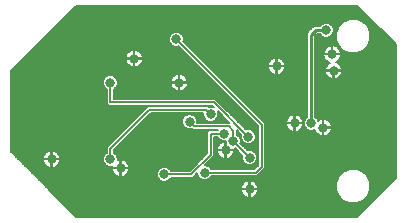
<source format=gbl>
G75*
G70*
%OFA0B0*%
%FSLAX24Y24*%
%IPPOS*%
%LPD*%
%AMOC8*
5,1,8,0,0,1.08239X$1,22.5*
%
%ADD10C,0.0060*%
%ADD11C,0.0320*%
%ADD12C,0.0100*%
D10*
X003091Y001824D02*
X005776Y001824D01*
X005795Y001805D02*
X005843Y001773D01*
X005895Y001751D01*
X005951Y001740D01*
X005970Y001740D01*
X005970Y002020D01*
X005990Y002020D01*
X005990Y002040D01*
X005970Y002040D01*
X005970Y002320D01*
X005951Y002320D01*
X005895Y002309D01*
X005880Y002302D01*
X005880Y002380D01*
X005842Y002472D01*
X005772Y002542D01*
X005750Y002551D01*
X005750Y002630D01*
X006980Y003860D01*
X008730Y003860D01*
X008730Y003780D01*
X008768Y003688D01*
X008838Y003618D01*
X008930Y003580D01*
X009030Y003580D01*
X009122Y003618D01*
X009192Y003688D01*
X009230Y003780D01*
X009230Y003880D01*
X009208Y003932D01*
X009590Y003550D01*
X008530Y003550D01*
X008530Y003630D01*
X008492Y003722D01*
X008422Y003792D01*
X008330Y003830D01*
X008230Y003830D01*
X008138Y003792D01*
X008068Y003722D01*
X008030Y003630D01*
X008030Y003530D01*
X008068Y003438D01*
X008138Y003368D01*
X008230Y003330D01*
X008330Y003330D01*
X008351Y003339D01*
X008380Y003310D01*
X009213Y003310D01*
X009209Y003300D01*
X008930Y003300D01*
X008860Y003230D01*
X008860Y002530D01*
X008280Y001950D01*
X007651Y001950D01*
X007642Y001972D01*
X007572Y002042D01*
X007480Y002080D01*
X007380Y002080D01*
X007288Y002042D01*
X007218Y001972D01*
X007180Y001880D01*
X007180Y001780D01*
X007218Y001688D01*
X007288Y001618D01*
X007380Y001580D01*
X007480Y001580D01*
X007572Y001618D01*
X007642Y001688D01*
X007651Y001710D01*
X008380Y001710D01*
X008450Y001780D01*
X008530Y001860D01*
X008530Y001830D01*
X008568Y001738D01*
X008638Y001668D01*
X008730Y001630D01*
X008830Y001630D01*
X008922Y001668D01*
X008992Y001738D01*
X009001Y001760D01*
X010530Y001760D01*
X010600Y001830D01*
X010800Y002030D01*
X010800Y003530D01*
X010730Y003600D01*
X008071Y006259D01*
X008080Y006280D01*
X008080Y006380D01*
X008042Y006472D01*
X007972Y006542D01*
X007880Y006580D01*
X007780Y006580D01*
X007688Y006542D01*
X007618Y006472D01*
X007580Y006380D01*
X007580Y006280D01*
X007618Y006188D01*
X007688Y006118D01*
X007780Y006080D01*
X007880Y006080D01*
X007901Y006089D01*
X010560Y003430D01*
X010560Y002130D01*
X010430Y002000D01*
X009001Y002000D01*
X008992Y002022D01*
X008922Y002092D01*
X008830Y002130D01*
X008800Y002130D01*
X009100Y002430D01*
X009100Y003060D01*
X009209Y003060D01*
X009218Y003038D01*
X009288Y002968D01*
X009380Y002930D01*
X009480Y002930D01*
X009480Y002880D01*
X009490Y002856D01*
X009490Y002640D01*
X009770Y002640D01*
X009770Y002659D01*
X009766Y002680D01*
X009780Y002680D01*
X009801Y002689D01*
X010039Y002451D01*
X010030Y002430D01*
X010030Y002330D01*
X010068Y002238D01*
X010138Y002168D01*
X010230Y002130D01*
X010330Y002130D01*
X010422Y002168D01*
X010492Y002238D01*
X010530Y002330D01*
X010530Y002430D01*
X010492Y002522D01*
X010422Y002592D01*
X010330Y002630D01*
X010230Y002630D01*
X010209Y002621D01*
X009971Y002859D01*
X009980Y002880D01*
X009980Y002980D01*
X009942Y003072D01*
X009872Y003142D01*
X009850Y003151D01*
X009850Y003290D01*
X009989Y003151D01*
X009980Y003130D01*
X009980Y003030D01*
X010018Y002938D01*
X010088Y002868D01*
X010180Y002830D01*
X010280Y002830D01*
X010372Y002868D01*
X010442Y002938D01*
X010480Y003030D01*
X010480Y003130D01*
X010442Y003222D01*
X010372Y003292D01*
X010280Y003330D01*
X010180Y003330D01*
X010159Y003321D01*
X009130Y004350D01*
X005750Y004350D01*
X005750Y004659D01*
X005772Y004668D01*
X005842Y004738D01*
X005880Y004830D01*
X005880Y004930D01*
X005842Y005022D01*
X005772Y005092D01*
X005680Y005130D01*
X005580Y005130D01*
X005488Y005092D01*
X005418Y005022D01*
X005380Y004930D01*
X005380Y004830D01*
X005418Y004738D01*
X005488Y004668D01*
X005510Y004659D01*
X005510Y004180D01*
X005580Y004110D01*
X009030Y004110D01*
X009082Y004058D01*
X009030Y004080D01*
X008930Y004080D01*
X008909Y004071D01*
X008880Y004100D01*
X006880Y004100D01*
X005580Y002800D01*
X005510Y002730D01*
X005510Y002551D01*
X005488Y002542D01*
X005418Y002472D01*
X005380Y002380D01*
X005380Y002280D01*
X005418Y002188D01*
X005488Y002118D01*
X005580Y002080D01*
X005680Y002080D01*
X005696Y002087D01*
X005690Y002059D01*
X005690Y002040D01*
X005970Y002040D01*
X005970Y002020D01*
X005690Y002020D01*
X005690Y002001D01*
X005701Y001945D01*
X005723Y001893D01*
X005755Y001845D01*
X005795Y001805D01*
X005861Y001765D02*
X003149Y001765D01*
X003208Y001707D02*
X007210Y001707D01*
X007186Y001765D02*
X006099Y001765D01*
X006117Y001773D02*
X006065Y001751D01*
X006009Y001740D01*
X005990Y001740D01*
X005990Y002020D01*
X006270Y002020D01*
X006270Y002001D01*
X006259Y001945D01*
X006237Y001893D01*
X006205Y001845D01*
X006165Y001805D01*
X006117Y001773D01*
X006184Y001824D02*
X007180Y001824D01*
X007181Y001882D02*
X006230Y001882D01*
X006257Y001941D02*
X007205Y001941D01*
X007246Y001999D02*
X006270Y001999D01*
X006270Y002040D02*
X006270Y002059D01*
X006259Y002115D01*
X006237Y002167D01*
X006205Y002215D01*
X006165Y002255D01*
X006117Y002287D01*
X006065Y002309D01*
X006009Y002320D01*
X005990Y002320D01*
X005990Y002040D01*
X006270Y002040D01*
X006270Y002058D02*
X007327Y002058D01*
X007533Y002058D02*
X008388Y002058D01*
X008330Y001999D02*
X007614Y001999D01*
X007430Y001830D02*
X008330Y001830D01*
X008980Y002480D01*
X008980Y003180D01*
X009430Y003180D01*
X009212Y003052D02*
X009100Y003052D01*
X009100Y002994D02*
X009262Y002994D01*
X009367Y002935D02*
X009100Y002935D01*
X009100Y002877D02*
X009328Y002877D01*
X009343Y002887D02*
X009295Y002855D01*
X009255Y002815D01*
X009223Y002767D01*
X009201Y002715D01*
X009190Y002659D01*
X009190Y002640D01*
X009470Y002640D01*
X009470Y002920D01*
X009451Y002920D01*
X009395Y002909D01*
X009343Y002887D01*
X009258Y002818D02*
X009100Y002818D01*
X009100Y002760D02*
X009220Y002760D01*
X009199Y002701D02*
X009100Y002701D01*
X009100Y002643D02*
X009190Y002643D01*
X009190Y002620D02*
X009190Y002601D01*
X009201Y002545D01*
X009223Y002493D01*
X009255Y002445D01*
X009295Y002405D01*
X009343Y002373D01*
X009395Y002351D01*
X009451Y002340D01*
X009470Y002340D01*
X009470Y002620D01*
X009490Y002620D01*
X009490Y002640D01*
X009470Y002640D01*
X009470Y002620D01*
X009190Y002620D01*
X009193Y002584D02*
X009100Y002584D01*
X009100Y002526D02*
X009209Y002526D01*
X009240Y002467D02*
X009100Y002467D01*
X009079Y002409D02*
X009291Y002409D01*
X009399Y002350D02*
X009020Y002350D01*
X008962Y002292D02*
X010046Y002292D01*
X010030Y002350D02*
X009561Y002350D01*
X009565Y002351D02*
X009617Y002373D01*
X009665Y002405D01*
X009705Y002445D01*
X009737Y002493D01*
X009759Y002545D01*
X009770Y002601D01*
X009770Y002620D01*
X009490Y002620D01*
X009490Y002340D01*
X009509Y002340D01*
X009565Y002351D01*
X009490Y002350D02*
X009470Y002350D01*
X009470Y002409D02*
X009490Y002409D01*
X009490Y002467D02*
X009470Y002467D01*
X009470Y002526D02*
X009490Y002526D01*
X009490Y002584D02*
X009470Y002584D01*
X009470Y002643D02*
X009490Y002643D01*
X009490Y002701D02*
X009470Y002701D01*
X009470Y002760D02*
X009490Y002760D01*
X009490Y002818D02*
X009470Y002818D01*
X009470Y002877D02*
X009481Y002877D01*
X009480Y002930D02*
X009480Y002930D01*
X009730Y002930D02*
X010280Y002380D01*
X010030Y002409D02*
X009669Y002409D01*
X009720Y002467D02*
X010023Y002467D01*
X009964Y002526D02*
X009751Y002526D01*
X009767Y002584D02*
X009906Y002584D01*
X009847Y002643D02*
X009770Y002643D01*
X010011Y002818D02*
X010560Y002818D01*
X010560Y002760D02*
X010070Y002760D01*
X010128Y002701D02*
X010560Y002701D01*
X010560Y002643D02*
X010187Y002643D01*
X010429Y002584D02*
X010560Y002584D01*
X010560Y002526D02*
X010488Y002526D01*
X010514Y002467D02*
X010560Y002467D01*
X010560Y002409D02*
X010530Y002409D01*
X010530Y002350D02*
X010560Y002350D01*
X010560Y002292D02*
X010514Y002292D01*
X010487Y002233D02*
X010560Y002233D01*
X010560Y002175D02*
X010429Y002175D01*
X010547Y002116D02*
X008862Y002116D01*
X008845Y002175D02*
X010131Y002175D01*
X010073Y002233D02*
X008903Y002233D01*
X008681Y002350D02*
X005880Y002350D01*
X005868Y002409D02*
X008739Y002409D01*
X008798Y002467D02*
X005844Y002467D01*
X005788Y002526D02*
X008856Y002526D01*
X008860Y002584D02*
X005750Y002584D01*
X005763Y002643D02*
X008860Y002643D01*
X008860Y002701D02*
X005821Y002701D01*
X005880Y002760D02*
X008860Y002760D01*
X008860Y002818D02*
X005938Y002818D01*
X005997Y002877D02*
X008860Y002877D01*
X008860Y002935D02*
X006055Y002935D01*
X006114Y002994D02*
X008860Y002994D01*
X008860Y003052D02*
X006172Y003052D01*
X006231Y003111D02*
X008860Y003111D01*
X008860Y003169D02*
X006289Y003169D01*
X006348Y003228D02*
X008860Y003228D01*
X008917Y003286D02*
X006406Y003286D01*
X006465Y003345D02*
X008194Y003345D01*
X008103Y003403D02*
X006523Y003403D01*
X006582Y003462D02*
X008058Y003462D01*
X008034Y003520D02*
X006640Y003520D01*
X006699Y003579D02*
X008030Y003579D01*
X008033Y003637D02*
X006757Y003637D01*
X006816Y003696D02*
X008057Y003696D01*
X008101Y003754D02*
X006874Y003754D01*
X006933Y003813D02*
X008189Y003813D01*
X008371Y003813D02*
X008730Y003813D01*
X008741Y003754D02*
X008459Y003754D01*
X008503Y003696D02*
X008765Y003696D01*
X008819Y003637D02*
X008527Y003637D01*
X008530Y003579D02*
X009561Y003579D01*
X009503Y003637D02*
X009141Y003637D01*
X009195Y003696D02*
X009444Y003696D01*
X009386Y003754D02*
X009219Y003754D01*
X009230Y003813D02*
X009327Y003813D01*
X009269Y003871D02*
X009230Y003871D01*
X009209Y003930D02*
X009210Y003930D01*
X008980Y003830D02*
X008830Y003980D01*
X006930Y003980D01*
X005630Y002680D01*
X005630Y002330D01*
X005399Y002233D02*
X003954Y002233D01*
X003959Y002245D02*
X003970Y002301D01*
X003970Y002320D01*
X003690Y002320D01*
X003690Y002340D01*
X003970Y002340D01*
X003970Y002359D01*
X003959Y002415D01*
X003937Y002467D01*
X003905Y002515D01*
X003865Y002555D01*
X003817Y002587D01*
X003765Y002609D01*
X003709Y002620D01*
X003690Y002620D01*
X003690Y002340D01*
X003670Y002340D01*
X003670Y002620D01*
X003651Y002620D01*
X003595Y002609D01*
X003543Y002587D01*
X003495Y002555D01*
X003455Y002515D01*
X003423Y002467D01*
X003401Y002415D01*
X003390Y002359D01*
X003390Y002340D01*
X003670Y002340D01*
X003670Y002320D01*
X003690Y002320D01*
X003690Y002040D01*
X003709Y002040D01*
X003765Y002051D01*
X003817Y002073D01*
X003865Y002105D01*
X003905Y002145D01*
X003937Y002193D01*
X003959Y002245D01*
X003968Y002292D02*
X005380Y002292D01*
X005380Y002350D02*
X003970Y002350D01*
X003960Y002409D02*
X005392Y002409D01*
X005416Y002467D02*
X003937Y002467D01*
X003894Y002526D02*
X005472Y002526D01*
X005510Y002584D02*
X003821Y002584D01*
X003690Y002584D02*
X003670Y002584D01*
X003670Y002526D02*
X003690Y002526D01*
X003690Y002467D02*
X003670Y002467D01*
X003670Y002409D02*
X003690Y002409D01*
X003690Y002350D02*
X003670Y002350D01*
X003670Y002320D02*
X003390Y002320D01*
X003390Y002301D01*
X003401Y002245D01*
X003423Y002193D01*
X003455Y002145D01*
X003495Y002105D01*
X003543Y002073D01*
X003595Y002051D01*
X003651Y002040D01*
X003670Y002040D01*
X003670Y002320D01*
X003670Y002292D02*
X003690Y002292D01*
X003690Y002233D02*
X003670Y002233D01*
X003670Y002175D02*
X003690Y002175D01*
X003690Y002116D02*
X003670Y002116D01*
X003670Y002058D02*
X003690Y002058D01*
X003781Y002058D02*
X005690Y002058D01*
X005690Y001999D02*
X002915Y001999D01*
X002974Y001941D02*
X005703Y001941D01*
X005730Y001882D02*
X003032Y001882D01*
X002857Y002058D02*
X003579Y002058D01*
X003483Y002116D02*
X002798Y002116D01*
X002740Y002175D02*
X003435Y002175D01*
X003406Y002233D02*
X002681Y002233D01*
X002623Y002292D02*
X003392Y002292D01*
X003390Y002350D02*
X002564Y002350D01*
X002506Y002409D02*
X003400Y002409D01*
X003423Y002467D02*
X002447Y002467D01*
X002389Y002526D02*
X003466Y002526D01*
X003539Y002584D02*
X002330Y002584D01*
X002310Y002605D02*
X002310Y005255D01*
X004505Y007450D01*
X013855Y007450D01*
X015150Y006155D01*
X015150Y001705D01*
X013855Y000410D01*
X004505Y000410D01*
X002310Y002605D01*
X002310Y002643D02*
X005510Y002643D01*
X005510Y002701D02*
X002310Y002701D01*
X002310Y002760D02*
X005540Y002760D01*
X005599Y002818D02*
X002310Y002818D01*
X002310Y002877D02*
X005657Y002877D01*
X005716Y002935D02*
X002310Y002935D01*
X002310Y002994D02*
X005774Y002994D01*
X005833Y003052D02*
X002310Y003052D01*
X002310Y003111D02*
X005891Y003111D01*
X005950Y003169D02*
X002310Y003169D01*
X002310Y003228D02*
X006008Y003228D01*
X006067Y003286D02*
X002310Y003286D01*
X002310Y003345D02*
X006125Y003345D01*
X006184Y003403D02*
X002310Y003403D01*
X002310Y003462D02*
X006242Y003462D01*
X006301Y003520D02*
X002310Y003520D01*
X002310Y003579D02*
X006359Y003579D01*
X006418Y003637D02*
X002310Y003637D01*
X002310Y003696D02*
X006476Y003696D01*
X006535Y003754D02*
X002310Y003754D01*
X002310Y003813D02*
X006593Y003813D01*
X006652Y003871D02*
X002310Y003871D01*
X002310Y003930D02*
X006710Y003930D01*
X006769Y003989D02*
X002310Y003989D01*
X002310Y004047D02*
X006827Y004047D01*
X007745Y004655D02*
X007793Y004623D01*
X007845Y004601D01*
X007901Y004590D01*
X007920Y004590D01*
X007920Y004870D01*
X007940Y004870D01*
X007940Y004890D01*
X008220Y004890D01*
X008220Y004909D01*
X008209Y004965D01*
X008187Y005017D01*
X008155Y005065D01*
X008115Y005105D01*
X008067Y005137D01*
X008015Y005159D01*
X007959Y005170D01*
X007940Y005170D01*
X007940Y004890D01*
X007920Y004890D01*
X007920Y005170D01*
X007901Y005170D01*
X007845Y005159D01*
X007793Y005137D01*
X007745Y005105D01*
X007705Y005065D01*
X007673Y005017D01*
X007651Y004965D01*
X007640Y004909D01*
X007640Y004890D01*
X007920Y004890D01*
X007920Y004870D01*
X007640Y004870D01*
X007640Y004851D01*
X007651Y004795D01*
X007673Y004743D01*
X007705Y004695D01*
X007745Y004655D01*
X007779Y004632D02*
X005750Y004632D01*
X005750Y004574D02*
X009417Y004574D01*
X009358Y004632D02*
X008081Y004632D01*
X008067Y004623D02*
X008115Y004655D01*
X008155Y004695D01*
X008187Y004743D01*
X008209Y004795D01*
X008220Y004851D01*
X008220Y004870D01*
X007940Y004870D01*
X007940Y004590D01*
X007959Y004590D01*
X008015Y004601D01*
X008067Y004623D01*
X008151Y004691D02*
X009300Y004691D01*
X009241Y004749D02*
X008190Y004749D01*
X008211Y004808D02*
X009183Y004808D01*
X009124Y004866D02*
X008220Y004866D01*
X008217Y004925D02*
X009066Y004925D01*
X009007Y004983D02*
X008201Y004983D01*
X008171Y005042D02*
X008949Y005042D01*
X008890Y005100D02*
X008120Y005100D01*
X008015Y005159D02*
X008832Y005159D01*
X008773Y005217D02*
X002310Y005217D01*
X002310Y005159D02*
X007845Y005159D01*
X007920Y005159D02*
X007940Y005159D01*
X007940Y005100D02*
X007920Y005100D01*
X007920Y005042D02*
X007940Y005042D01*
X007940Y004983D02*
X007920Y004983D01*
X007920Y004925D02*
X007940Y004925D01*
X007940Y004866D02*
X007920Y004866D01*
X007920Y004808D02*
X007940Y004808D01*
X007940Y004749D02*
X007920Y004749D01*
X007920Y004691D02*
X007940Y004691D01*
X007940Y004632D02*
X007920Y004632D01*
X007709Y004691D02*
X005794Y004691D01*
X005846Y004749D02*
X007670Y004749D01*
X007649Y004808D02*
X005871Y004808D01*
X005880Y004866D02*
X007640Y004866D01*
X007643Y004925D02*
X005880Y004925D01*
X005858Y004983D02*
X007659Y004983D01*
X007689Y005042D02*
X005822Y005042D01*
X005752Y005100D02*
X007740Y005100D01*
X008422Y005568D02*
X006698Y005568D01*
X006687Y005543D02*
X006709Y005595D01*
X006720Y005651D01*
X006720Y005670D01*
X006440Y005670D01*
X006440Y005690D01*
X006720Y005690D01*
X006720Y005709D01*
X006709Y005765D01*
X006687Y005817D01*
X006655Y005865D01*
X006615Y005905D01*
X006567Y005937D01*
X006515Y005959D01*
X006459Y005970D01*
X006440Y005970D01*
X006440Y005690D01*
X006420Y005690D01*
X006420Y005970D01*
X006401Y005970D01*
X006345Y005959D01*
X006293Y005937D01*
X006245Y005905D01*
X006205Y005865D01*
X006173Y005817D01*
X006151Y005765D01*
X006140Y005709D01*
X006140Y005690D01*
X006420Y005690D01*
X006420Y005670D01*
X006440Y005670D01*
X006440Y005390D01*
X006459Y005390D01*
X006515Y005401D01*
X006567Y005423D01*
X006615Y005455D01*
X006655Y005495D01*
X006687Y005543D01*
X006665Y005510D02*
X008481Y005510D01*
X008539Y005451D02*
X006609Y005451D01*
X006471Y005393D02*
X008598Y005393D01*
X008656Y005334D02*
X002389Y005334D01*
X002447Y005393D02*
X006389Y005393D01*
X006401Y005390D02*
X006420Y005390D01*
X006420Y005670D01*
X006140Y005670D01*
X006140Y005651D01*
X006151Y005595D01*
X006173Y005543D01*
X006205Y005495D01*
X006245Y005455D01*
X006293Y005423D01*
X006345Y005401D01*
X006401Y005390D01*
X006420Y005393D02*
X006440Y005393D01*
X006440Y005451D02*
X006420Y005451D01*
X006420Y005510D02*
X006440Y005510D01*
X006440Y005568D02*
X006420Y005568D01*
X006420Y005627D02*
X006440Y005627D01*
X006440Y005685D02*
X008305Y005685D01*
X008247Y005744D02*
X006713Y005744D01*
X006693Y005802D02*
X008188Y005802D01*
X008130Y005861D02*
X006658Y005861D01*
X006594Y005919D02*
X008071Y005919D01*
X008013Y005978D02*
X003032Y005978D01*
X003091Y006036D02*
X007954Y006036D01*
X007745Y006095D02*
X003149Y006095D01*
X003208Y006153D02*
X007653Y006153D01*
X007608Y006212D02*
X003266Y006212D01*
X003325Y006270D02*
X007584Y006270D01*
X007580Y006329D02*
X003383Y006329D01*
X003442Y006387D02*
X007583Y006387D01*
X007607Y006446D02*
X003500Y006446D01*
X003559Y006504D02*
X007650Y006504D01*
X007738Y006563D02*
X003617Y006563D01*
X003676Y006621D02*
X012273Y006621D01*
X012272Y006620D02*
X012190Y006538D01*
X012190Y003743D01*
X012188Y003742D01*
X012118Y003672D01*
X012080Y003580D01*
X012080Y003480D01*
X012118Y003388D01*
X012188Y003318D01*
X012280Y003280D01*
X012380Y003280D01*
X012449Y003309D01*
X012451Y003295D01*
X012473Y003243D01*
X012505Y003195D01*
X012545Y003155D01*
X012593Y003123D01*
X012645Y003101D01*
X012701Y003090D01*
X012720Y003090D01*
X012720Y003370D01*
X012740Y003370D01*
X012740Y003390D01*
X013020Y003390D01*
X013020Y003409D01*
X013009Y003465D01*
X012987Y003517D01*
X012955Y003565D01*
X012915Y003605D01*
X012867Y003637D01*
X012815Y003659D01*
X012759Y003670D01*
X012740Y003670D01*
X012740Y003390D01*
X012720Y003390D01*
X012720Y003670D01*
X012701Y003670D01*
X012645Y003659D01*
X012593Y003637D01*
X012564Y003618D01*
X012542Y003672D01*
X012472Y003742D01*
X012470Y003743D01*
X012470Y006422D01*
X012538Y006490D01*
X012617Y006490D01*
X012618Y006488D01*
X012688Y006418D01*
X012780Y006380D01*
X012880Y006380D01*
X012972Y006418D01*
X013042Y006488D01*
X013080Y006580D01*
X013080Y006680D01*
X013042Y006772D01*
X012972Y006842D01*
X012880Y006880D01*
X012780Y006880D01*
X012688Y006842D01*
X012618Y006772D01*
X012617Y006770D01*
X012422Y006770D01*
X012272Y006620D01*
X012215Y006563D02*
X007922Y006563D01*
X008010Y006504D02*
X012190Y006504D01*
X012190Y006446D02*
X008053Y006446D01*
X008077Y006387D02*
X012190Y006387D01*
X012190Y006329D02*
X008080Y006329D01*
X008076Y006270D02*
X012190Y006270D01*
X012190Y006212D02*
X008118Y006212D01*
X008177Y006153D02*
X012190Y006153D01*
X012190Y006095D02*
X008235Y006095D01*
X008294Y006036D02*
X012190Y006036D01*
X012190Y005978D02*
X008352Y005978D01*
X008411Y005919D02*
X012190Y005919D01*
X012190Y005861D02*
X008469Y005861D01*
X008528Y005802D02*
X012190Y005802D01*
X012190Y005744D02*
X008586Y005744D01*
X008645Y005685D02*
X011040Y005685D01*
X011043Y005687D02*
X010995Y005655D01*
X010955Y005615D01*
X010923Y005567D01*
X010901Y005515D01*
X010890Y005459D01*
X010890Y005440D01*
X011170Y005440D01*
X011170Y005720D01*
X011151Y005720D01*
X011095Y005709D01*
X011043Y005687D01*
X010966Y005627D02*
X008703Y005627D01*
X008762Y005568D02*
X010923Y005568D01*
X010900Y005510D02*
X008820Y005510D01*
X008879Y005451D02*
X010890Y005451D01*
X010890Y005420D02*
X010890Y005401D01*
X010901Y005345D01*
X010923Y005293D01*
X010955Y005245D01*
X010995Y005205D01*
X011043Y005173D01*
X011095Y005151D01*
X011151Y005140D01*
X011170Y005140D01*
X011170Y005420D01*
X011190Y005420D01*
X011190Y005440D01*
X011470Y005440D01*
X011470Y005459D01*
X011459Y005515D01*
X011437Y005567D01*
X011405Y005615D01*
X011365Y005655D01*
X011317Y005687D01*
X011265Y005709D01*
X011209Y005720D01*
X011190Y005720D01*
X011190Y005440D01*
X011170Y005440D01*
X011170Y005420D01*
X010890Y005420D01*
X010892Y005393D02*
X008937Y005393D01*
X008996Y005334D02*
X010906Y005334D01*
X010934Y005276D02*
X009054Y005276D01*
X009113Y005217D02*
X010983Y005217D01*
X011078Y005159D02*
X009171Y005159D01*
X009230Y005100D02*
X012190Y005100D01*
X012190Y005042D02*
X009288Y005042D01*
X009347Y004983D02*
X012190Y004983D01*
X012190Y004925D02*
X009405Y004925D01*
X009464Y004866D02*
X012190Y004866D01*
X012190Y004808D02*
X009522Y004808D01*
X009581Y004749D02*
X012190Y004749D01*
X012190Y004691D02*
X009639Y004691D01*
X009698Y004632D02*
X012190Y004632D01*
X012190Y004574D02*
X009756Y004574D01*
X009815Y004515D02*
X012190Y004515D01*
X012190Y004457D02*
X009873Y004457D01*
X009932Y004398D02*
X012190Y004398D01*
X012190Y004340D02*
X009990Y004340D01*
X010049Y004281D02*
X012190Y004281D01*
X012190Y004223D02*
X010107Y004223D01*
X010166Y004164D02*
X012190Y004164D01*
X012190Y004106D02*
X010224Y004106D01*
X010283Y004047D02*
X012190Y004047D01*
X012190Y003989D02*
X010341Y003989D01*
X010400Y003930D02*
X012190Y003930D01*
X012190Y003871D02*
X010458Y003871D01*
X010517Y003813D02*
X011716Y003813D01*
X011695Y003809D02*
X011643Y003787D01*
X011595Y003755D01*
X011555Y003715D01*
X011523Y003667D01*
X011501Y003615D01*
X011490Y003559D01*
X011490Y003540D01*
X011770Y003540D01*
X011770Y003820D01*
X011751Y003820D01*
X011695Y003809D01*
X011770Y003813D02*
X011790Y003813D01*
X011790Y003820D02*
X011809Y003820D01*
X011865Y003809D01*
X011917Y003787D01*
X011965Y003755D01*
X012005Y003715D01*
X012037Y003667D01*
X012059Y003615D01*
X012070Y003559D01*
X012070Y003540D01*
X011790Y003540D01*
X011790Y003520D01*
X012070Y003520D01*
X012070Y003501D01*
X012059Y003445D01*
X012037Y003393D01*
X012005Y003345D01*
X012161Y003345D01*
X012112Y003403D02*
X012041Y003403D01*
X012062Y003462D02*
X012088Y003462D01*
X012080Y003520D02*
X011790Y003520D01*
X011790Y003240D01*
X011809Y003240D01*
X011865Y003251D01*
X011917Y003273D01*
X011965Y003305D01*
X012005Y003345D01*
X011938Y003286D02*
X012265Y003286D01*
X012395Y003286D02*
X012455Y003286D01*
X012483Y003228D02*
X010800Y003228D01*
X010800Y003286D02*
X011622Y003286D01*
X011643Y003273D02*
X011595Y003305D01*
X011555Y003345D01*
X010800Y003345D01*
X010800Y003403D02*
X011519Y003403D01*
X011523Y003393D02*
X011555Y003345D01*
X011523Y003393D02*
X011501Y003445D01*
X011490Y003501D01*
X011490Y003520D01*
X011770Y003520D01*
X011790Y003520D01*
X011770Y003520D02*
X011770Y003240D01*
X011751Y003240D01*
X011695Y003251D01*
X011643Y003273D01*
X011770Y003286D02*
X011790Y003286D01*
X011790Y003345D02*
X011770Y003345D01*
X011770Y003403D02*
X011790Y003403D01*
X011790Y003462D02*
X011770Y003462D01*
X011770Y003520D02*
X011770Y003540D01*
X011790Y003540D01*
X011790Y003820D01*
X011844Y003813D02*
X012190Y003813D01*
X012190Y003754D02*
X011966Y003754D01*
X012018Y003696D02*
X012142Y003696D01*
X012104Y003637D02*
X012049Y003637D01*
X012066Y003579D02*
X012080Y003579D01*
X011790Y003579D02*
X011770Y003579D01*
X011770Y003637D02*
X011790Y003637D01*
X011790Y003696D02*
X011770Y003696D01*
X011770Y003754D02*
X011790Y003754D01*
X011594Y003754D02*
X010575Y003754D01*
X010634Y003696D02*
X011542Y003696D01*
X011511Y003637D02*
X010692Y003637D01*
X010751Y003579D02*
X011494Y003579D01*
X011498Y003462D02*
X010800Y003462D01*
X010800Y003520D02*
X011770Y003520D01*
X012470Y003754D02*
X015150Y003754D01*
X015150Y003696D02*
X012518Y003696D01*
X012556Y003637D02*
X012594Y003637D01*
X012720Y003637D02*
X012740Y003637D01*
X012740Y003579D02*
X012720Y003579D01*
X012720Y003520D02*
X012740Y003520D01*
X012740Y003462D02*
X012720Y003462D01*
X012720Y003403D02*
X012740Y003403D01*
X012740Y003370D02*
X013020Y003370D01*
X013020Y003351D01*
X013009Y003295D01*
X012987Y003243D01*
X012955Y003195D01*
X012915Y003155D01*
X012867Y003123D01*
X012815Y003101D01*
X012759Y003090D01*
X012740Y003090D01*
X012740Y003370D01*
X012740Y003345D02*
X012720Y003345D01*
X012720Y003286D02*
X012740Y003286D01*
X012740Y003228D02*
X012720Y003228D01*
X012720Y003169D02*
X012740Y003169D01*
X012740Y003111D02*
X012720Y003111D01*
X012622Y003111D02*
X010800Y003111D01*
X010800Y003169D02*
X012530Y003169D01*
X012838Y003111D02*
X015150Y003111D01*
X015150Y003169D02*
X012930Y003169D01*
X012977Y003228D02*
X015150Y003228D01*
X015150Y003286D02*
X013005Y003286D01*
X013019Y003345D02*
X015150Y003345D01*
X015150Y003403D02*
X013020Y003403D01*
X013009Y003462D02*
X015150Y003462D01*
X015150Y003520D02*
X012985Y003520D01*
X012941Y003579D02*
X015150Y003579D01*
X015150Y003637D02*
X012866Y003637D01*
X012470Y003813D02*
X015150Y003813D01*
X015150Y003871D02*
X012470Y003871D01*
X012470Y003930D02*
X015150Y003930D01*
X015150Y003989D02*
X012470Y003989D01*
X012470Y004047D02*
X015150Y004047D01*
X015150Y004106D02*
X012470Y004106D01*
X012470Y004164D02*
X015150Y004164D01*
X015150Y004223D02*
X012470Y004223D01*
X012470Y004281D02*
X015150Y004281D01*
X015150Y004340D02*
X012470Y004340D01*
X012470Y004398D02*
X015150Y004398D01*
X015150Y004457D02*
X012470Y004457D01*
X012470Y004515D02*
X015150Y004515D01*
X015150Y004574D02*
X012470Y004574D01*
X012470Y004632D02*
X015150Y004632D01*
X015150Y004691D02*
X012470Y004691D01*
X012470Y004749D02*
X015150Y004749D01*
X015150Y004808D02*
X012470Y004808D01*
X012470Y004866D02*
X015150Y004866D01*
X015150Y004925D02*
X012470Y004925D01*
X012470Y004983D02*
X015150Y004983D01*
X015150Y005042D02*
X013245Y005042D01*
X013265Y005055D02*
X013305Y005095D01*
X013337Y005143D01*
X013359Y005195D01*
X013370Y005251D01*
X013370Y005270D01*
X013090Y005270D01*
X013090Y005290D01*
X013370Y005290D01*
X013370Y005309D01*
X013359Y005365D01*
X013337Y005417D01*
X013305Y005465D01*
X013265Y005505D01*
X013217Y005537D01*
X013165Y005559D01*
X013143Y005563D01*
X013167Y005573D01*
X013215Y005605D01*
X013255Y005645D01*
X013287Y005693D01*
X013309Y005745D01*
X013320Y005801D01*
X013320Y005820D01*
X013040Y005820D01*
X013040Y005840D01*
X013020Y005840D01*
X013020Y006120D01*
X013001Y006120D01*
X012945Y006109D01*
X012893Y006087D01*
X012845Y006055D01*
X012805Y006015D01*
X012773Y005967D01*
X012751Y005915D01*
X012740Y005859D01*
X012740Y005840D01*
X013020Y005840D01*
X013020Y005820D01*
X012740Y005820D01*
X012740Y005801D01*
X012751Y005745D01*
X012773Y005693D01*
X012805Y005645D01*
X012845Y005605D01*
X012893Y005573D01*
X012945Y005551D01*
X012967Y005547D01*
X012943Y005537D01*
X012895Y005505D01*
X012855Y005465D01*
X012823Y005417D01*
X012801Y005365D01*
X012790Y005309D01*
X012790Y005290D01*
X013070Y005290D01*
X013070Y005270D01*
X012790Y005270D01*
X012790Y005251D01*
X012801Y005195D01*
X012823Y005143D01*
X012855Y005095D01*
X012895Y005055D01*
X012943Y005023D01*
X012995Y005001D01*
X013051Y004990D01*
X013070Y004990D01*
X013070Y005270D01*
X013090Y005270D01*
X013090Y004990D01*
X013109Y004990D01*
X013165Y005001D01*
X013217Y005023D01*
X013265Y005055D01*
X013309Y005100D02*
X015150Y005100D01*
X015150Y005159D02*
X013344Y005159D01*
X013363Y005217D02*
X015150Y005217D01*
X015150Y005276D02*
X013090Y005276D01*
X013070Y005276D02*
X012470Y005276D01*
X012470Y005334D02*
X012795Y005334D01*
X012813Y005393D02*
X012470Y005393D01*
X012470Y005451D02*
X012845Y005451D01*
X012901Y005510D02*
X012470Y005510D01*
X012470Y005568D02*
X012905Y005568D01*
X012823Y005627D02*
X012470Y005627D01*
X012470Y005685D02*
X012778Y005685D01*
X012752Y005744D02*
X012470Y005744D01*
X012470Y005802D02*
X012740Y005802D01*
X012740Y005861D02*
X012470Y005861D01*
X012470Y005919D02*
X012753Y005919D01*
X012780Y005978D02*
X012470Y005978D01*
X012470Y006036D02*
X012826Y006036D01*
X012911Y006095D02*
X012470Y006095D01*
X012470Y006153D02*
X013224Y006153D01*
X013244Y006105D02*
X013405Y005944D01*
X013616Y005856D01*
X013844Y005856D01*
X014055Y005944D01*
X014216Y006105D01*
X014304Y006316D01*
X014304Y006544D01*
X014216Y006755D01*
X014055Y006916D01*
X013844Y007004D01*
X013616Y007004D01*
X013405Y006916D01*
X013244Y006755D01*
X013156Y006544D01*
X013156Y006316D01*
X013244Y006105D01*
X013254Y006095D02*
X013149Y006095D01*
X013167Y006087D02*
X013115Y006109D01*
X013059Y006120D01*
X013040Y006120D01*
X013040Y005840D01*
X013320Y005840D01*
X013320Y005859D01*
X013309Y005915D01*
X013287Y005967D01*
X013255Y006015D01*
X013215Y006055D01*
X013167Y006087D01*
X013234Y006036D02*
X013313Y006036D01*
X013280Y005978D02*
X013371Y005978D01*
X013307Y005919D02*
X013464Y005919D01*
X013606Y005861D02*
X013320Y005861D01*
X013320Y005802D02*
X015150Y005802D01*
X015150Y005744D02*
X013308Y005744D01*
X013282Y005685D02*
X015150Y005685D01*
X015150Y005627D02*
X013237Y005627D01*
X013155Y005568D02*
X015150Y005568D01*
X015150Y005510D02*
X013259Y005510D01*
X013315Y005451D02*
X015150Y005451D01*
X015150Y005393D02*
X013347Y005393D01*
X013365Y005334D02*
X015150Y005334D01*
X015150Y005861D02*
X013854Y005861D01*
X013996Y005919D02*
X015150Y005919D01*
X015150Y005978D02*
X014089Y005978D01*
X014147Y006036D02*
X015150Y006036D01*
X015150Y006095D02*
X014206Y006095D01*
X014236Y006153D02*
X015150Y006153D01*
X015094Y006212D02*
X014260Y006212D01*
X014285Y006270D02*
X015035Y006270D01*
X014977Y006329D02*
X014304Y006329D01*
X014304Y006387D02*
X014918Y006387D01*
X014860Y006446D02*
X014304Y006446D01*
X014304Y006504D02*
X014801Y006504D01*
X014743Y006563D02*
X014296Y006563D01*
X014272Y006621D02*
X014684Y006621D01*
X014626Y006680D02*
X014248Y006680D01*
X014223Y006738D02*
X014567Y006738D01*
X014509Y006797D02*
X014175Y006797D01*
X014116Y006855D02*
X014450Y006855D01*
X014392Y006914D02*
X014058Y006914D01*
X013921Y006972D02*
X014333Y006972D01*
X014275Y007031D02*
X004085Y007031D01*
X004144Y007089D02*
X014216Y007089D01*
X014158Y007148D02*
X004202Y007148D01*
X004261Y007206D02*
X014099Y007206D01*
X014041Y007265D02*
X004319Y007265D01*
X004378Y007323D02*
X013982Y007323D01*
X013924Y007382D02*
X004436Y007382D01*
X004495Y007440D02*
X013865Y007440D01*
X013539Y006972D02*
X004027Y006972D01*
X003968Y006914D02*
X013402Y006914D01*
X013344Y006855D02*
X012940Y006855D01*
X013017Y006797D02*
X013285Y006797D01*
X013237Y006738D02*
X013056Y006738D01*
X013080Y006680D02*
X013212Y006680D01*
X013188Y006621D02*
X013080Y006621D01*
X013073Y006563D02*
X013164Y006563D01*
X013156Y006504D02*
X013048Y006504D01*
X012999Y006446D02*
X013156Y006446D01*
X013156Y006387D02*
X012897Y006387D01*
X012763Y006387D02*
X012470Y006387D01*
X012470Y006329D02*
X013156Y006329D01*
X013175Y006270D02*
X012470Y006270D01*
X012470Y006212D02*
X013200Y006212D01*
X013040Y006095D02*
X013020Y006095D01*
X013020Y006036D02*
X013040Y006036D01*
X013040Y005978D02*
X013020Y005978D01*
X013020Y005919D02*
X013040Y005919D01*
X013040Y005861D02*
X013020Y005861D01*
X012190Y005685D02*
X011320Y005685D01*
X011394Y005627D02*
X012190Y005627D01*
X012190Y005568D02*
X011437Y005568D01*
X011460Y005510D02*
X012190Y005510D01*
X012190Y005451D02*
X011470Y005451D01*
X011470Y005420D02*
X011190Y005420D01*
X011190Y005140D01*
X011209Y005140D01*
X011265Y005151D01*
X011317Y005173D01*
X011365Y005205D01*
X011405Y005245D01*
X011437Y005293D01*
X011459Y005345D01*
X011470Y005401D01*
X011470Y005420D01*
X011468Y005393D02*
X012190Y005393D01*
X012190Y005334D02*
X011454Y005334D01*
X011426Y005276D02*
X012190Y005276D01*
X012190Y005217D02*
X011377Y005217D01*
X011282Y005159D02*
X012190Y005159D01*
X012470Y005159D02*
X012816Y005159D01*
X012797Y005217D02*
X012470Y005217D01*
X012470Y005100D02*
X012851Y005100D01*
X012915Y005042D02*
X012470Y005042D01*
X013070Y005042D02*
X013090Y005042D01*
X013090Y005100D02*
X013070Y005100D01*
X013070Y005159D02*
X013090Y005159D01*
X013090Y005217D02*
X013070Y005217D01*
X011190Y005217D02*
X011170Y005217D01*
X011170Y005159D02*
X011190Y005159D01*
X011190Y005276D02*
X011170Y005276D01*
X011170Y005334D02*
X011190Y005334D01*
X011190Y005393D02*
X011170Y005393D01*
X011170Y005451D02*
X011190Y005451D01*
X011190Y005510D02*
X011170Y005510D01*
X011170Y005568D02*
X011190Y005568D01*
X011190Y005627D02*
X011170Y005627D01*
X011170Y005685D02*
X011190Y005685D01*
X012494Y006446D02*
X012661Y006446D01*
X012332Y006680D02*
X003734Y006680D01*
X003793Y006738D02*
X012390Y006738D01*
X012643Y006797D02*
X003851Y006797D01*
X003910Y006855D02*
X012720Y006855D01*
X009534Y004457D02*
X005750Y004457D01*
X005750Y004515D02*
X009475Y004515D01*
X009592Y004398D02*
X005750Y004398D01*
X005510Y004398D02*
X002310Y004398D01*
X002310Y004340D02*
X005510Y004340D01*
X005510Y004281D02*
X002310Y004281D01*
X002310Y004223D02*
X005510Y004223D01*
X005526Y004164D02*
X002310Y004164D01*
X002310Y004106D02*
X009035Y004106D01*
X009080Y004230D02*
X010230Y003080D01*
X009995Y002994D02*
X009974Y002994D01*
X009980Y003052D02*
X009950Y003052D01*
X009980Y003111D02*
X009903Y003111D01*
X009850Y003169D02*
X009971Y003169D01*
X009912Y003228D02*
X009850Y003228D01*
X009850Y003286D02*
X009854Y003286D01*
X009730Y003280D02*
X009730Y002930D01*
X009980Y002935D02*
X010021Y002935D01*
X009979Y002877D02*
X010079Y002877D01*
X010381Y002877D02*
X010560Y002877D01*
X010560Y002935D02*
X010439Y002935D01*
X010465Y002994D02*
X010560Y002994D01*
X010560Y003052D02*
X010480Y003052D01*
X010480Y003111D02*
X010560Y003111D01*
X010560Y003169D02*
X010464Y003169D01*
X010436Y003228D02*
X010560Y003228D01*
X010560Y003286D02*
X010377Y003286D01*
X010560Y003345D02*
X010135Y003345D01*
X010076Y003403D02*
X010560Y003403D01*
X010528Y003462D02*
X010018Y003462D01*
X009959Y003520D02*
X010470Y003520D01*
X010411Y003579D02*
X009901Y003579D01*
X009842Y003637D02*
X010353Y003637D01*
X010294Y003696D02*
X009784Y003696D01*
X009725Y003754D02*
X010236Y003754D01*
X010177Y003813D02*
X009667Y003813D01*
X009608Y003871D02*
X010119Y003871D01*
X010060Y003930D02*
X009550Y003930D01*
X009491Y003989D02*
X010002Y003989D01*
X009943Y004047D02*
X009433Y004047D01*
X009374Y004106D02*
X009885Y004106D01*
X009826Y004164D02*
X009316Y004164D01*
X009257Y004223D02*
X009768Y004223D01*
X009709Y004281D02*
X009199Y004281D01*
X009140Y004340D02*
X009651Y004340D01*
X009080Y004230D02*
X005630Y004230D01*
X005630Y004880D01*
X005402Y004983D02*
X002310Y004983D01*
X002310Y004925D02*
X005380Y004925D01*
X005380Y004866D02*
X002310Y004866D01*
X002310Y004808D02*
X005389Y004808D01*
X005414Y004749D02*
X002310Y004749D01*
X002310Y004691D02*
X005466Y004691D01*
X005510Y004632D02*
X002310Y004632D01*
X002310Y004574D02*
X005510Y004574D01*
X005510Y004515D02*
X002310Y004515D01*
X002310Y004457D02*
X005510Y004457D01*
X005438Y005042D02*
X002310Y005042D01*
X002310Y005100D02*
X005508Y005100D01*
X006195Y005510D02*
X002564Y005510D01*
X002623Y005568D02*
X006162Y005568D01*
X006145Y005627D02*
X002681Y005627D01*
X002740Y005685D02*
X006420Y005685D01*
X006420Y005744D02*
X006440Y005744D01*
X006440Y005802D02*
X006420Y005802D01*
X006420Y005861D02*
X006440Y005861D01*
X006440Y005919D02*
X006420Y005919D01*
X006266Y005919D02*
X002974Y005919D01*
X002915Y005861D02*
X006202Y005861D01*
X006167Y005802D02*
X002857Y005802D01*
X002798Y005744D02*
X006147Y005744D01*
X006251Y005451D02*
X002506Y005451D01*
X002330Y005276D02*
X008715Y005276D01*
X008364Y005627D02*
X006715Y005627D01*
X007830Y006330D02*
X010680Y003480D01*
X010680Y002080D01*
X010480Y001880D01*
X008780Y001880D01*
X008956Y002058D02*
X010488Y002058D01*
X010652Y001882D02*
X013371Y001882D01*
X013405Y001916D02*
X013244Y001755D01*
X013156Y001544D01*
X013156Y001316D01*
X013244Y001105D01*
X013405Y000944D01*
X013616Y000856D01*
X013844Y000856D01*
X014055Y000944D01*
X014216Y001105D01*
X014304Y001316D01*
X014304Y001544D01*
X014216Y001755D01*
X014055Y001916D01*
X013844Y002004D01*
X013616Y002004D01*
X013405Y001916D01*
X013464Y001941D02*
X010711Y001941D01*
X010769Y001999D02*
X013606Y001999D01*
X013854Y001999D02*
X015150Y001999D01*
X015150Y001941D02*
X013996Y001941D01*
X014089Y001882D02*
X015150Y001882D01*
X015150Y001824D02*
X014147Y001824D01*
X014206Y001765D02*
X015150Y001765D01*
X015150Y001707D02*
X014236Y001707D01*
X014260Y001648D02*
X015094Y001648D01*
X015035Y001590D02*
X014285Y001590D01*
X014304Y001531D02*
X014977Y001531D01*
X014918Y001473D02*
X014304Y001473D01*
X014304Y001414D02*
X014860Y001414D01*
X014801Y001356D02*
X014304Y001356D01*
X014296Y001297D02*
X014743Y001297D01*
X014684Y001239D02*
X014272Y001239D01*
X014248Y001180D02*
X014626Y001180D01*
X014567Y001122D02*
X014223Y001122D01*
X014175Y001063D02*
X014509Y001063D01*
X014450Y001005D02*
X014116Y001005D01*
X014058Y000946D02*
X014392Y000946D01*
X014333Y000888D02*
X013921Y000888D01*
X014158Y000712D02*
X004202Y000712D01*
X004261Y000654D02*
X014099Y000654D01*
X014041Y000595D02*
X004319Y000595D01*
X004378Y000537D02*
X013982Y000537D01*
X013924Y000478D02*
X004436Y000478D01*
X004495Y000420D02*
X013865Y000420D01*
X014216Y000771D02*
X004144Y000771D01*
X004085Y000829D02*
X014275Y000829D01*
X013539Y000888D02*
X004027Y000888D01*
X003968Y000946D02*
X013402Y000946D01*
X013344Y001005D02*
X003910Y001005D01*
X003851Y001063D02*
X010166Y001063D01*
X010143Y001073D02*
X010195Y001051D01*
X010251Y001040D01*
X010270Y001040D01*
X010270Y001320D01*
X010290Y001320D01*
X010290Y001340D01*
X010570Y001340D01*
X010570Y001359D01*
X010559Y001415D01*
X010537Y001467D01*
X010505Y001515D01*
X010465Y001555D01*
X010417Y001587D01*
X010365Y001609D01*
X010309Y001620D01*
X010290Y001620D01*
X010290Y001340D01*
X010270Y001340D01*
X010270Y001620D01*
X010251Y001620D01*
X010195Y001609D01*
X010143Y001587D01*
X010095Y001555D01*
X010055Y001515D01*
X010023Y001467D01*
X010001Y001415D01*
X009990Y001359D01*
X009990Y001340D01*
X010270Y001340D01*
X010270Y001320D01*
X009990Y001320D01*
X009990Y001301D01*
X010001Y001245D01*
X010023Y001193D01*
X010055Y001145D01*
X010095Y001105D01*
X010143Y001073D01*
X010078Y001122D02*
X003793Y001122D01*
X003734Y001180D02*
X010031Y001180D01*
X010004Y001239D02*
X003676Y001239D01*
X003617Y001297D02*
X009991Y001297D01*
X009990Y001356D02*
X003559Y001356D01*
X003500Y001414D02*
X010001Y001414D01*
X010027Y001473D02*
X003442Y001473D01*
X003383Y001531D02*
X010071Y001531D01*
X010150Y001590D02*
X007504Y001590D01*
X007602Y001648D02*
X008686Y001648D01*
X008599Y001707D02*
X007650Y001707D01*
X007356Y001590D02*
X003325Y001590D01*
X003266Y001648D02*
X007258Y001648D01*
X006258Y002116D02*
X008447Y002116D01*
X008505Y002175D02*
X006232Y002175D01*
X006187Y002233D02*
X008564Y002233D01*
X008622Y002292D02*
X006105Y002292D01*
X005990Y002292D02*
X005970Y002292D01*
X005970Y002233D02*
X005990Y002233D01*
X005990Y002175D02*
X005970Y002175D01*
X005970Y002116D02*
X005990Y002116D01*
X005990Y002058D02*
X005970Y002058D01*
X005970Y001999D02*
X005990Y001999D01*
X005990Y001941D02*
X005970Y001941D01*
X005970Y001882D02*
X005990Y001882D01*
X005990Y001824D02*
X005970Y001824D01*
X005970Y001765D02*
X005990Y001765D01*
X005492Y002116D02*
X003877Y002116D01*
X003925Y002175D02*
X005431Y002175D01*
X008280Y003580D02*
X008430Y003430D01*
X009580Y003430D01*
X009730Y003280D01*
X010800Y003052D02*
X015150Y003052D01*
X015150Y002994D02*
X010800Y002994D01*
X010800Y002935D02*
X015150Y002935D01*
X015150Y002877D02*
X010800Y002877D01*
X010800Y002818D02*
X015150Y002818D01*
X015150Y002760D02*
X010800Y002760D01*
X010800Y002701D02*
X015150Y002701D01*
X015150Y002643D02*
X010800Y002643D01*
X010800Y002584D02*
X015150Y002584D01*
X015150Y002526D02*
X010800Y002526D01*
X010800Y002467D02*
X015150Y002467D01*
X015150Y002409D02*
X010800Y002409D01*
X010800Y002350D02*
X015150Y002350D01*
X015150Y002292D02*
X010800Y002292D01*
X010800Y002233D02*
X015150Y002233D01*
X015150Y002175D02*
X010800Y002175D01*
X010800Y002116D02*
X015150Y002116D01*
X015150Y002058D02*
X010800Y002058D01*
X010594Y001824D02*
X013313Y001824D01*
X013254Y001765D02*
X010535Y001765D01*
X010410Y001590D02*
X013175Y001590D01*
X013156Y001531D02*
X010489Y001531D01*
X010533Y001473D02*
X013156Y001473D01*
X013156Y001414D02*
X010559Y001414D01*
X010570Y001356D02*
X013156Y001356D01*
X013164Y001297D02*
X010569Y001297D01*
X010570Y001301D02*
X010570Y001320D01*
X010290Y001320D01*
X010290Y001040D01*
X010309Y001040D01*
X010365Y001051D01*
X010417Y001073D01*
X010465Y001105D01*
X010505Y001145D01*
X010537Y001193D01*
X010559Y001245D01*
X010570Y001301D01*
X010556Y001239D02*
X013188Y001239D01*
X013212Y001180D02*
X010529Y001180D01*
X010482Y001122D02*
X013237Y001122D01*
X013285Y001063D02*
X010394Y001063D01*
X010290Y001063D02*
X010270Y001063D01*
X010270Y001122D02*
X010290Y001122D01*
X010290Y001180D02*
X010270Y001180D01*
X010270Y001239D02*
X010290Y001239D01*
X010290Y001297D02*
X010270Y001297D01*
X010270Y001356D02*
X010290Y001356D01*
X010290Y001414D02*
X010270Y001414D01*
X010270Y001473D02*
X010290Y001473D01*
X010290Y001531D02*
X010270Y001531D01*
X010270Y001590D02*
X010290Y001590D01*
X008961Y001707D02*
X013224Y001707D01*
X013200Y001648D02*
X008874Y001648D01*
X008557Y001765D02*
X008435Y001765D01*
X008494Y001824D02*
X008533Y001824D01*
D11*
X008780Y001880D03*
X009480Y002630D03*
X009730Y002930D03*
X009430Y003180D03*
X010230Y003080D03*
X010280Y002380D03*
X010280Y001330D03*
X007430Y001830D03*
X005980Y002030D03*
X005630Y002330D03*
X003680Y002330D03*
X005630Y004880D03*
X006430Y005680D03*
X007830Y006330D03*
X007930Y004880D03*
X008980Y003830D03*
X008280Y003580D03*
X011180Y005430D03*
X013030Y005830D03*
X013080Y005280D03*
X012830Y006630D03*
X012330Y003530D03*
X012730Y003380D03*
X011780Y003530D03*
D12*
X012330Y003530D02*
X012330Y006480D01*
X012480Y006630D01*
X012830Y006630D01*
M02*

</source>
